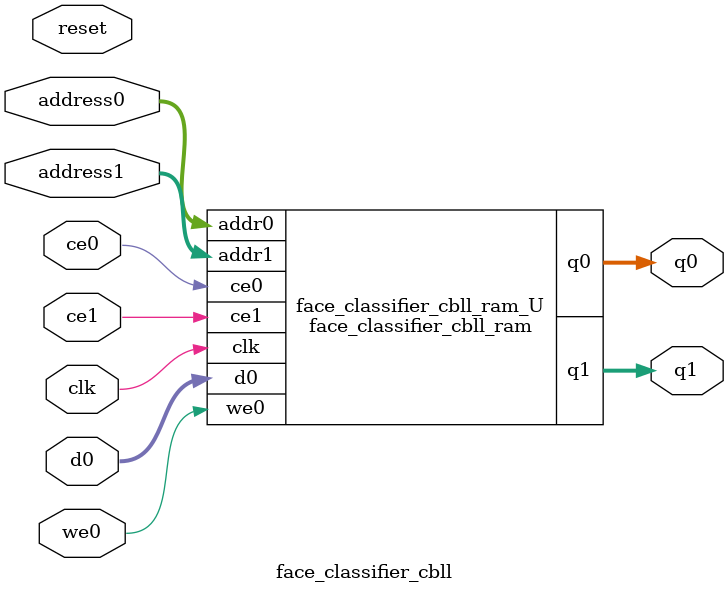
<source format=v>

`timescale 1 ns / 1 ps
module face_classifier_cbll_ram (addr0, ce0, d0, we0, q0, addr1, ce1, q1,  clk);

parameter DWIDTH = 32;
parameter AWIDTH = 7;
parameter MEM_SIZE = 70;

input[AWIDTH-1:0] addr0;
input ce0;
input[DWIDTH-1:0] d0;
input we0;
output reg[DWIDTH-1:0] q0;
input[AWIDTH-1:0] addr1;
input ce1;
output reg[DWIDTH-1:0] q1;
input clk;

(* ram_style = "block" *)reg [DWIDTH-1:0] ram[0:MEM_SIZE-1];




always @(posedge clk)  
begin 
    if (ce0) 
    begin
        if (we0) 
        begin 
            ram[addr0] <= d0; 
            q0 <= d0;
        end 
        else 
            q0 <= ram[addr0];
    end
end


always @(posedge clk)  
begin 
    if (ce1) 
    begin
            q1 <= ram[addr1];
    end
end


endmodule


`timescale 1 ns / 1 ps
module face_classifier_cbll(
    reset,
    clk,
    address0,
    ce0,
    we0,
    d0,
    q0,
    address1,
    ce1,
    q1);

parameter DataWidth = 32'd32;
parameter AddressRange = 32'd70;
parameter AddressWidth = 32'd7;
input reset;
input clk;
input[AddressWidth - 1:0] address0;
input ce0;
input we0;
input[DataWidth - 1:0] d0;
output[DataWidth - 1:0] q0;
input[AddressWidth - 1:0] address1;
input ce1;
output[DataWidth - 1:0] q1;



face_classifier_cbll_ram face_classifier_cbll_ram_U(
    .clk( clk ),
    .addr0( address0 ),
    .ce0( ce0 ),
    .we0( we0 ),
    .d0( d0 ),
    .q0( q0 ),
    .addr1( address1 ),
    .ce1( ce1 ),
    .q1( q1 ));

endmodule


</source>
